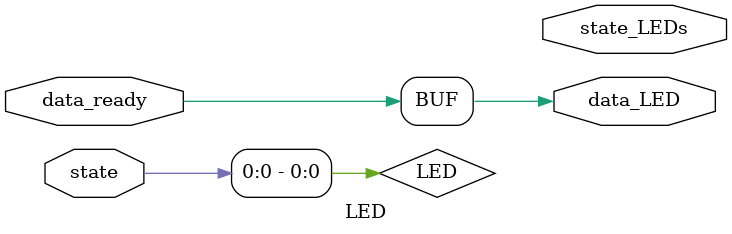
<source format=v>
`timescale 1ns / 1ps


module LED(
    input [3:0] state, //made the state 4 bits. Could always make it more or less.
    input data_ready,
    output [3:0] state_LEDs,
    output data_LED
    );
    
    assign LED = state;
    assign data_LED = data_ready;
    
    
endmodule

</source>
